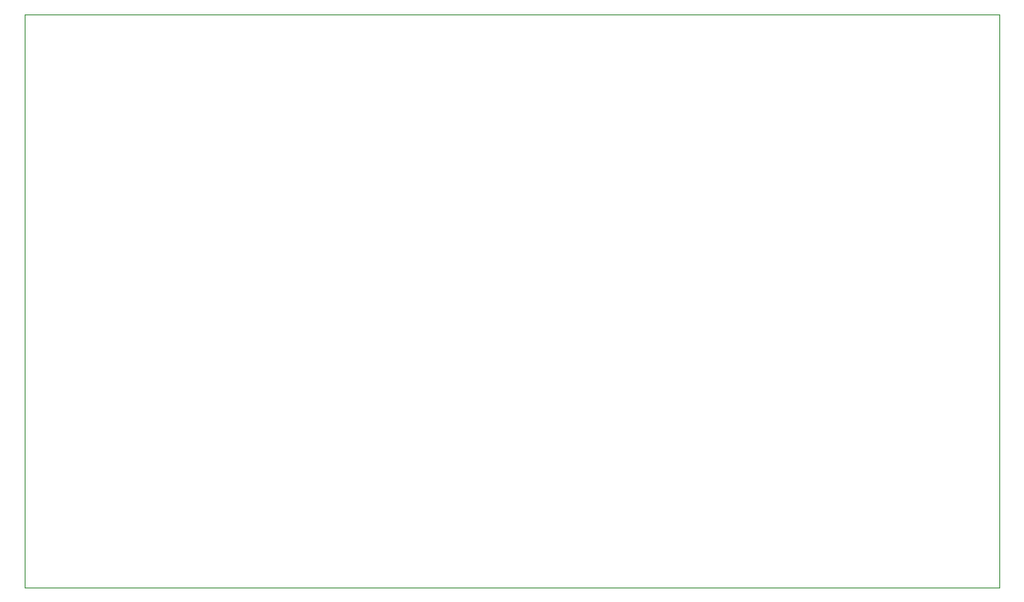
<source format=gbr>
%TF.GenerationSoftware,KiCad,Pcbnew,6.0.1-79c1e3a40b~116~ubuntu20.04.1*%
%TF.CreationDate,2022-01-24T14:05:44+01:00*%
%TF.ProjectId,pippino_board,70697070-696e-46f5-9f62-6f6172642e6b,rev?*%
%TF.SameCoordinates,Original*%
%TF.FileFunction,Profile,NP*%
%FSLAX46Y46*%
G04 Gerber Fmt 4.6, Leading zero omitted, Abs format (unit mm)*
G04 Created by KiCad (PCBNEW 6.0.1-79c1e3a40b~116~ubuntu20.04.1) date 2022-01-24 14:05:44*
%MOMM*%
%LPD*%
G01*
G04 APERTURE LIST*
%TA.AperFunction,Profile*%
%ADD10C,0.100000*%
%TD*%
G04 APERTURE END LIST*
D10*
X156500000Y-88500000D02*
X253500000Y-88500000D01*
X253500000Y-88500000D02*
X253500000Y-31500000D01*
X253500000Y-31500000D02*
X156500000Y-31500000D01*
X156500000Y-31500000D02*
X156500000Y-88500000D01*
M02*

</source>
